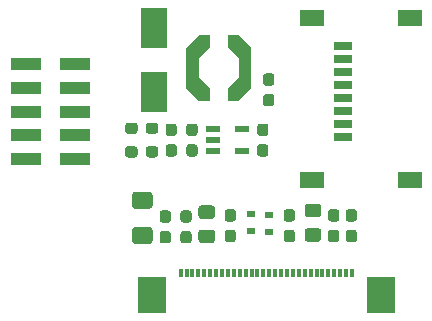
<source format=gbr>
%TF.GenerationSoftware,KiCad,Pcbnew,(5.1.6)-1*%
%TF.CreationDate,2020-12-26T20:27:22+01:00*%
%TF.ProjectId,ScreenBoard,53637265-656e-4426-9f61-72642e6b6963,rev?*%
%TF.SameCoordinates,Original*%
%TF.FileFunction,Paste,Top*%
%TF.FilePolarity,Positive*%
%FSLAX46Y46*%
G04 Gerber Fmt 4.6, Leading zero omitted, Abs format (unit mm)*
G04 Created by KiCad (PCBNEW (5.1.6)-1) date 2020-12-26 20:27:22*
%MOMM*%
%LPD*%
G01*
G04 APERTURE LIST*
%ADD10R,2.580000X1.000000*%
%ADD11R,1.150000X0.600000*%
%ADD12R,2.000000X1.450000*%
%ADD13R,1.500000X0.800000*%
%ADD14C,0.100000*%
%ADD15R,2.300000X3.500000*%
%ADD16R,0.700000X0.600000*%
%ADD17R,2.400000X3.050000*%
%ADD18R,0.300000X0.800000*%
G04 APERTURE END LIST*
D10*
%TO.C,J2*%
X105335000Y-62100000D03*
X101165000Y-62100000D03*
X105335000Y-60100000D03*
X101165000Y-60100000D03*
X105335000Y-58100000D03*
X101165000Y-58100000D03*
X105335000Y-56100000D03*
X101165000Y-56100000D03*
X105335000Y-54100000D03*
X101165000Y-54100000D03*
%TD*%
D11*
%TO.C,IC1*%
X119500000Y-59550000D03*
X119500000Y-61450000D03*
X117000000Y-61450000D03*
X117000000Y-60500000D03*
X117000000Y-59550000D03*
%TD*%
%TO.C,C7*%
G36*
G01*
X111350000Y-59737500D02*
X111350000Y-59262500D01*
G75*
G02*
X111587500Y-59025000I237500J0D01*
G01*
X112162500Y-59025000D01*
G75*
G02*
X112400000Y-59262500I0J-237500D01*
G01*
X112400000Y-59737500D01*
G75*
G02*
X112162500Y-59975000I-237500J0D01*
G01*
X111587500Y-59975000D01*
G75*
G02*
X111350000Y-59737500I0J237500D01*
G01*
G37*
G36*
G01*
X109600000Y-59737500D02*
X109600000Y-59262500D01*
G75*
G02*
X109837500Y-59025000I237500J0D01*
G01*
X110412500Y-59025000D01*
G75*
G02*
X110650000Y-59262500I0J-237500D01*
G01*
X110650000Y-59737500D01*
G75*
G02*
X110412500Y-59975000I-237500J0D01*
G01*
X109837500Y-59975000D01*
G75*
G02*
X109600000Y-59737500I0J237500D01*
G01*
G37*
%TD*%
D12*
%TO.C,J1*%
X133750000Y-50125000D03*
X133750000Y-63875000D03*
X125450000Y-50125000D03*
X125450000Y-63875000D03*
D13*
X128050000Y-52500000D03*
X128050000Y-53600000D03*
X128050000Y-54700000D03*
X128050000Y-55800000D03*
X128050000Y-56900000D03*
X128050000Y-58000000D03*
X128050000Y-59100000D03*
X128050000Y-60200000D03*
%TD*%
%TO.C,R4*%
G36*
G01*
X123262500Y-68100000D02*
X123737500Y-68100000D01*
G75*
G02*
X123975000Y-68337500I0J-237500D01*
G01*
X123975000Y-68912500D01*
G75*
G02*
X123737500Y-69150000I-237500J0D01*
G01*
X123262500Y-69150000D01*
G75*
G02*
X123025000Y-68912500I0J237500D01*
G01*
X123025000Y-68337500D01*
G75*
G02*
X123262500Y-68100000I237500J0D01*
G01*
G37*
G36*
G01*
X123262500Y-66350000D02*
X123737500Y-66350000D01*
G75*
G02*
X123975000Y-66587500I0J-237500D01*
G01*
X123975000Y-67162500D01*
G75*
G02*
X123737500Y-67400000I-237500J0D01*
G01*
X123262500Y-67400000D01*
G75*
G02*
X123025000Y-67162500I0J237500D01*
G01*
X123025000Y-66587500D01*
G75*
G02*
X123262500Y-66350000I237500J0D01*
G01*
G37*
%TD*%
%TO.C,R3*%
G36*
G01*
X113737500Y-60150000D02*
X113262500Y-60150000D01*
G75*
G02*
X113025000Y-59912500I0J237500D01*
G01*
X113025000Y-59337500D01*
G75*
G02*
X113262500Y-59100000I237500J0D01*
G01*
X113737500Y-59100000D01*
G75*
G02*
X113975000Y-59337500I0J-237500D01*
G01*
X113975000Y-59912500D01*
G75*
G02*
X113737500Y-60150000I-237500J0D01*
G01*
G37*
G36*
G01*
X113737500Y-61900000D02*
X113262500Y-61900000D01*
G75*
G02*
X113025000Y-61662500I0J237500D01*
G01*
X113025000Y-61087500D01*
G75*
G02*
X113262500Y-60850000I237500J0D01*
G01*
X113737500Y-60850000D01*
G75*
G02*
X113975000Y-61087500I0J-237500D01*
G01*
X113975000Y-61662500D01*
G75*
G02*
X113737500Y-61900000I-237500J0D01*
G01*
G37*
%TD*%
%TO.C,R2*%
G36*
G01*
X111350000Y-61737500D02*
X111350000Y-61262500D01*
G75*
G02*
X111587500Y-61025000I237500J0D01*
G01*
X112162500Y-61025000D01*
G75*
G02*
X112400000Y-61262500I0J-237500D01*
G01*
X112400000Y-61737500D01*
G75*
G02*
X112162500Y-61975000I-237500J0D01*
G01*
X111587500Y-61975000D01*
G75*
G02*
X111350000Y-61737500I0J237500D01*
G01*
G37*
G36*
G01*
X109600000Y-61737500D02*
X109600000Y-61262500D01*
G75*
G02*
X109837500Y-61025000I237500J0D01*
G01*
X110412500Y-61025000D01*
G75*
G02*
X110650000Y-61262500I0J-237500D01*
G01*
X110650000Y-61737500D01*
G75*
G02*
X110412500Y-61975000I-237500J0D01*
G01*
X109837500Y-61975000D01*
G75*
G02*
X109600000Y-61737500I0J237500D01*
G01*
G37*
%TD*%
%TO.C,R1*%
G36*
G01*
X118737500Y-67400000D02*
X118262500Y-67400000D01*
G75*
G02*
X118025000Y-67162500I0J237500D01*
G01*
X118025000Y-66587500D01*
G75*
G02*
X118262500Y-66350000I237500J0D01*
G01*
X118737500Y-66350000D01*
G75*
G02*
X118975000Y-66587500I0J-237500D01*
G01*
X118975000Y-67162500D01*
G75*
G02*
X118737500Y-67400000I-237500J0D01*
G01*
G37*
G36*
G01*
X118737500Y-69150000D02*
X118262500Y-69150000D01*
G75*
G02*
X118025000Y-68912500I0J237500D01*
G01*
X118025000Y-68337500D01*
G75*
G02*
X118262500Y-68100000I237500J0D01*
G01*
X118737500Y-68100000D01*
G75*
G02*
X118975000Y-68337500I0J-237500D01*
G01*
X118975000Y-68912500D01*
G75*
G02*
X118737500Y-69150000I-237500J0D01*
G01*
G37*
%TD*%
D14*
%TO.C,L1*%
G36*
X114760000Y-56100000D02*
G01*
X114760000Y-52700000D01*
X115815000Y-51645000D01*
X116755000Y-51645000D01*
X116755000Y-52700000D01*
X115815000Y-53555500D01*
X115815000Y-55244500D01*
X116755000Y-56100000D01*
X116755000Y-57155000D01*
X115815000Y-57155000D01*
X114760000Y-56100000D01*
G37*
G36*
X118275000Y-56100000D02*
G01*
X119215000Y-55244500D01*
X119215000Y-53555500D01*
X118275000Y-52700000D01*
X118275000Y-51645000D01*
X119215000Y-51645000D01*
X120270000Y-52700000D01*
X120270000Y-56100000D01*
X119215000Y-57155000D01*
X118275000Y-57155000D01*
X118275000Y-56100000D01*
G37*
%TD*%
D15*
%TO.C,D3*%
X112000000Y-51050000D03*
X112000000Y-56450000D03*
%TD*%
D16*
%TO.C,D2*%
X121750000Y-66850000D03*
X121750000Y-68250000D03*
%TD*%
%TO.C,D1*%
X120250000Y-68200000D03*
X120250000Y-66800000D03*
%TD*%
%TO.C,C11*%
G36*
G01*
X121512500Y-56600000D02*
X121987500Y-56600000D01*
G75*
G02*
X122225000Y-56837500I0J-237500D01*
G01*
X122225000Y-57412500D01*
G75*
G02*
X121987500Y-57650000I-237500J0D01*
G01*
X121512500Y-57650000D01*
G75*
G02*
X121275000Y-57412500I0J237500D01*
G01*
X121275000Y-56837500D01*
G75*
G02*
X121512500Y-56600000I237500J0D01*
G01*
G37*
G36*
G01*
X121512500Y-54850000D02*
X121987500Y-54850000D01*
G75*
G02*
X122225000Y-55087500I0J-237500D01*
G01*
X122225000Y-55662500D01*
G75*
G02*
X121987500Y-55900000I-237500J0D01*
G01*
X121512500Y-55900000D01*
G75*
G02*
X121275000Y-55662500I0J237500D01*
G01*
X121275000Y-55087500D01*
G75*
G02*
X121512500Y-54850000I237500J0D01*
G01*
G37*
%TD*%
%TO.C,C10*%
G36*
G01*
X128987500Y-67400000D02*
X128512500Y-67400000D01*
G75*
G02*
X128275000Y-67162500I0J237500D01*
G01*
X128275000Y-66587500D01*
G75*
G02*
X128512500Y-66350000I237500J0D01*
G01*
X128987500Y-66350000D01*
G75*
G02*
X129225000Y-66587500I0J-237500D01*
G01*
X129225000Y-67162500D01*
G75*
G02*
X128987500Y-67400000I-237500J0D01*
G01*
G37*
G36*
G01*
X128987500Y-69150000D02*
X128512500Y-69150000D01*
G75*
G02*
X128275000Y-68912500I0J237500D01*
G01*
X128275000Y-68337500D01*
G75*
G02*
X128512500Y-68100000I237500J0D01*
G01*
X128987500Y-68100000D01*
G75*
G02*
X129225000Y-68337500I0J-237500D01*
G01*
X129225000Y-68912500D01*
G75*
G02*
X128987500Y-69150000I-237500J0D01*
G01*
G37*
%TD*%
%TO.C,C9*%
G36*
G01*
X127012500Y-68100000D02*
X127487500Y-68100000D01*
G75*
G02*
X127725000Y-68337500I0J-237500D01*
G01*
X127725000Y-68912500D01*
G75*
G02*
X127487500Y-69150000I-237500J0D01*
G01*
X127012500Y-69150000D01*
G75*
G02*
X126775000Y-68912500I0J237500D01*
G01*
X126775000Y-68337500D01*
G75*
G02*
X127012500Y-68100000I237500J0D01*
G01*
G37*
G36*
G01*
X127012500Y-66350000D02*
X127487500Y-66350000D01*
G75*
G02*
X127725000Y-66587500I0J-237500D01*
G01*
X127725000Y-67162500D01*
G75*
G02*
X127487500Y-67400000I-237500J0D01*
G01*
X127012500Y-67400000D01*
G75*
G02*
X126775000Y-67162500I0J237500D01*
G01*
X126775000Y-66587500D01*
G75*
G02*
X127012500Y-66350000I237500J0D01*
G01*
G37*
%TD*%
%TO.C,C8*%
G36*
G01*
X125950001Y-67050000D02*
X125049999Y-67050000D01*
G75*
G02*
X124800000Y-66800001I0J249999D01*
G01*
X124800000Y-66149999D01*
G75*
G02*
X125049999Y-65900000I249999J0D01*
G01*
X125950001Y-65900000D01*
G75*
G02*
X126200000Y-66149999I0J-249999D01*
G01*
X126200000Y-66800001D01*
G75*
G02*
X125950001Y-67050000I-249999J0D01*
G01*
G37*
G36*
G01*
X125950001Y-69100000D02*
X125049999Y-69100000D01*
G75*
G02*
X124800000Y-68850001I0J249999D01*
G01*
X124800000Y-68199999D01*
G75*
G02*
X125049999Y-67950000I249999J0D01*
G01*
X125950001Y-67950000D01*
G75*
G02*
X126200000Y-68199999I0J-249999D01*
G01*
X126200000Y-68850001D01*
G75*
G02*
X125950001Y-69100000I-249999J0D01*
G01*
G37*
%TD*%
%TO.C,C6*%
G36*
G01*
X115487500Y-60150000D02*
X115012500Y-60150000D01*
G75*
G02*
X114775000Y-59912500I0J237500D01*
G01*
X114775000Y-59337500D01*
G75*
G02*
X115012500Y-59100000I237500J0D01*
G01*
X115487500Y-59100000D01*
G75*
G02*
X115725000Y-59337500I0J-237500D01*
G01*
X115725000Y-59912500D01*
G75*
G02*
X115487500Y-60150000I-237500J0D01*
G01*
G37*
G36*
G01*
X115487500Y-61900000D02*
X115012500Y-61900000D01*
G75*
G02*
X114775000Y-61662500I0J237500D01*
G01*
X114775000Y-61087500D01*
G75*
G02*
X115012500Y-60850000I237500J0D01*
G01*
X115487500Y-60850000D01*
G75*
G02*
X115725000Y-61087500I0J-237500D01*
G01*
X115725000Y-61662500D01*
G75*
G02*
X115487500Y-61900000I-237500J0D01*
G01*
G37*
%TD*%
D17*
%TO.C,K1*%
X131250000Y-73645000D03*
X111850000Y-73645000D03*
D18*
X128800000Y-71720000D03*
X128300000Y-71720000D03*
X127800000Y-71720000D03*
X127300000Y-71720000D03*
X126800000Y-71720000D03*
X126300000Y-71720000D03*
X125800000Y-71720000D03*
X125300000Y-71720000D03*
X124800000Y-71720000D03*
X124300000Y-71720000D03*
X123800000Y-71720000D03*
X123300000Y-71720000D03*
X122800000Y-71720000D03*
X122300000Y-71720000D03*
X121800000Y-71720000D03*
X121300000Y-71720000D03*
X120800000Y-71720000D03*
X120300000Y-71720000D03*
X119800000Y-71720000D03*
X119300000Y-71720000D03*
X118800000Y-71720000D03*
X118300000Y-71720000D03*
X117800000Y-71720000D03*
X117300000Y-71720000D03*
X116800000Y-71720000D03*
X116300000Y-71720000D03*
X115800000Y-71720000D03*
X115300000Y-71720000D03*
X114800000Y-71720000D03*
X114300000Y-71720000D03*
%TD*%
%TO.C,C5*%
G36*
G01*
X116950001Y-67175000D02*
X116049999Y-67175000D01*
G75*
G02*
X115800000Y-66925001I0J249999D01*
G01*
X115800000Y-66274999D01*
G75*
G02*
X116049999Y-66025000I249999J0D01*
G01*
X116950001Y-66025000D01*
G75*
G02*
X117200000Y-66274999I0J-249999D01*
G01*
X117200000Y-66925001D01*
G75*
G02*
X116950001Y-67175000I-249999J0D01*
G01*
G37*
G36*
G01*
X116950001Y-69225000D02*
X116049999Y-69225000D01*
G75*
G02*
X115800000Y-68975001I0J249999D01*
G01*
X115800000Y-68324999D01*
G75*
G02*
X116049999Y-68075000I249999J0D01*
G01*
X116950001Y-68075000D01*
G75*
G02*
X117200000Y-68324999I0J-249999D01*
G01*
X117200000Y-68975001D01*
G75*
G02*
X116950001Y-69225000I-249999J0D01*
G01*
G37*
%TD*%
%TO.C,C4*%
G36*
G01*
X114987500Y-67500000D02*
X114512500Y-67500000D01*
G75*
G02*
X114275000Y-67262500I0J237500D01*
G01*
X114275000Y-66687500D01*
G75*
G02*
X114512500Y-66450000I237500J0D01*
G01*
X114987500Y-66450000D01*
G75*
G02*
X115225000Y-66687500I0J-237500D01*
G01*
X115225000Y-67262500D01*
G75*
G02*
X114987500Y-67500000I-237500J0D01*
G01*
G37*
G36*
G01*
X114987500Y-69250000D02*
X114512500Y-69250000D01*
G75*
G02*
X114275000Y-69012500I0J237500D01*
G01*
X114275000Y-68437500D01*
G75*
G02*
X114512500Y-68200000I237500J0D01*
G01*
X114987500Y-68200000D01*
G75*
G02*
X115225000Y-68437500I0J-237500D01*
G01*
X115225000Y-69012500D01*
G75*
G02*
X114987500Y-69250000I-237500J0D01*
G01*
G37*
%TD*%
%TO.C,C3*%
G36*
G01*
X111675000Y-66312500D02*
X110425000Y-66312500D01*
G75*
G02*
X110175000Y-66062500I0J250000D01*
G01*
X110175000Y-65137500D01*
G75*
G02*
X110425000Y-64887500I250000J0D01*
G01*
X111675000Y-64887500D01*
G75*
G02*
X111925000Y-65137500I0J-250000D01*
G01*
X111925000Y-66062500D01*
G75*
G02*
X111675000Y-66312500I-250000J0D01*
G01*
G37*
G36*
G01*
X111675000Y-69287500D02*
X110425000Y-69287500D01*
G75*
G02*
X110175000Y-69037500I0J250000D01*
G01*
X110175000Y-68112500D01*
G75*
G02*
X110425000Y-67862500I250000J0D01*
G01*
X111675000Y-67862500D01*
G75*
G02*
X111925000Y-68112500I0J-250000D01*
G01*
X111925000Y-69037500D01*
G75*
G02*
X111675000Y-69287500I-250000J0D01*
G01*
G37*
%TD*%
%TO.C,C2*%
G36*
G01*
X112762500Y-68200000D02*
X113237500Y-68200000D01*
G75*
G02*
X113475000Y-68437500I0J-237500D01*
G01*
X113475000Y-69012500D01*
G75*
G02*
X113237500Y-69250000I-237500J0D01*
G01*
X112762500Y-69250000D01*
G75*
G02*
X112525000Y-69012500I0J237500D01*
G01*
X112525000Y-68437500D01*
G75*
G02*
X112762500Y-68200000I237500J0D01*
G01*
G37*
G36*
G01*
X112762500Y-66450000D02*
X113237500Y-66450000D01*
G75*
G02*
X113475000Y-66687500I0J-237500D01*
G01*
X113475000Y-67262500D01*
G75*
G02*
X113237500Y-67500000I-237500J0D01*
G01*
X112762500Y-67500000D01*
G75*
G02*
X112525000Y-67262500I0J237500D01*
G01*
X112525000Y-66687500D01*
G75*
G02*
X112762500Y-66450000I237500J0D01*
G01*
G37*
%TD*%
%TO.C,C1*%
G36*
G01*
X121487500Y-60150000D02*
X121012500Y-60150000D01*
G75*
G02*
X120775000Y-59912500I0J237500D01*
G01*
X120775000Y-59337500D01*
G75*
G02*
X121012500Y-59100000I237500J0D01*
G01*
X121487500Y-59100000D01*
G75*
G02*
X121725000Y-59337500I0J-237500D01*
G01*
X121725000Y-59912500D01*
G75*
G02*
X121487500Y-60150000I-237500J0D01*
G01*
G37*
G36*
G01*
X121487500Y-61900000D02*
X121012500Y-61900000D01*
G75*
G02*
X120775000Y-61662500I0J237500D01*
G01*
X120775000Y-61087500D01*
G75*
G02*
X121012500Y-60850000I237500J0D01*
G01*
X121487500Y-60850000D01*
G75*
G02*
X121725000Y-61087500I0J-237500D01*
G01*
X121725000Y-61662500D01*
G75*
G02*
X121487500Y-61900000I-237500J0D01*
G01*
G37*
%TD*%
M02*

</source>
